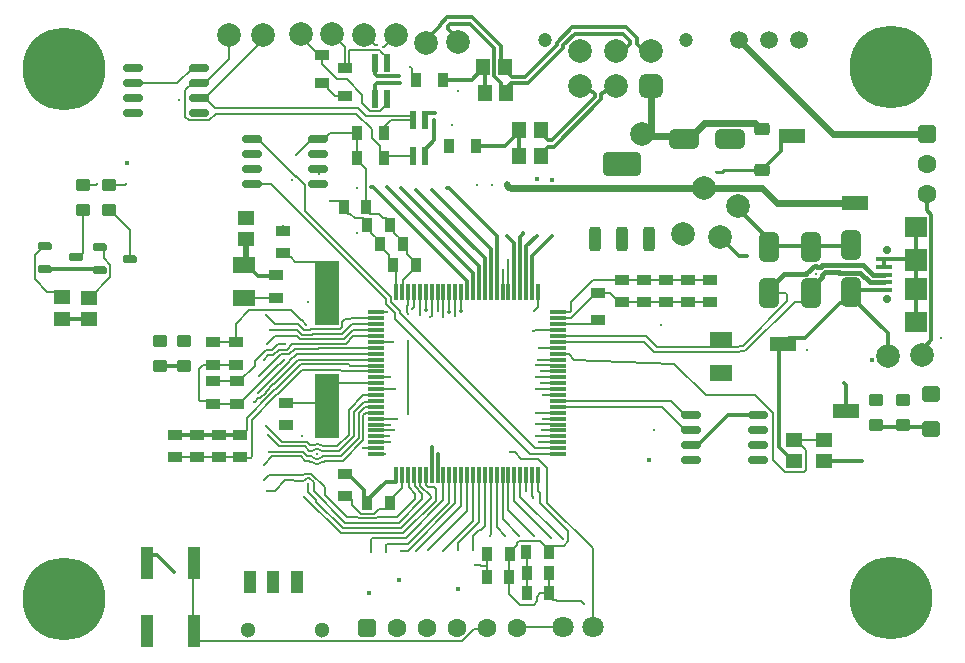
<source format=gtl>
G04*
G04 #@! TF.GenerationSoftware,Altium Limited,Altium Designer,23.11.1 (41)*
G04*
G04 Layer_Physical_Order=1*
G04 Layer_Color=255*
%FSLAX44Y44*%
%MOMM*%
G71*
G04*
G04 #@! TF.SameCoordinates,4CE7A35D-70A9-472E-BD1E-F3F5204FB4D5*
G04*
G04*
G04 #@! TF.FilePolarity,Positive*
G04*
G01*
G75*
%ADD13C,0.6000*%
%ADD15C,0.2000*%
%ADD17R,2.0000X5.5000*%
%ADD18R,1.3000X0.9000*%
%ADD19R,0.9000X1.3000*%
%ADD20R,1.0000X2.7500*%
G04:AMPARAMS|DCode=21|XSize=0.65mm|YSize=1.2mm|CornerRadius=0.1625mm|HoleSize=0mm|Usage=FLASHONLY|Rotation=90.000|XOffset=0mm|YOffset=0mm|HoleType=Round|Shape=RoundedRectangle|*
%AMROUNDEDRECTD21*
21,1,0.6500,0.8750,0,0,90.0*
21,1,0.3250,1.2000,0,0,90.0*
1,1,0.3250,0.4375,0.1625*
1,1,0.3250,0.4375,-0.1625*
1,1,0.3250,-0.4375,-0.1625*
1,1,0.3250,-0.4375,0.1625*
%
%ADD21ROUNDEDRECTD21*%
G04:AMPARAMS|DCode=22|XSize=1.2mm|YSize=1.1mm|CornerRadius=0.275mm|HoleSize=0mm|Usage=FLASHONLY|Rotation=180.000|XOffset=0mm|YOffset=0mm|HoleType=Round|Shape=RoundedRectangle|*
%AMROUNDEDRECTD22*
21,1,1.2000,0.5500,0,0,180.0*
21,1,0.6500,1.1000,0,0,180.0*
1,1,0.5500,-0.3250,0.2750*
1,1,0.5500,0.3250,0.2750*
1,1,0.5500,0.3250,-0.2750*
1,1,0.5500,-0.3250,-0.2750*
%
%ADD22ROUNDEDRECTD22*%
%ADD23R,1.3500X1.1500*%
%ADD24C,2.0000*%
%ADD25R,1.1500X1.3500*%
%ADD26R,0.3000X1.4750*%
%ADD27R,1.4750X0.3000*%
%ADD28R,1.9500X1.4000*%
%ADD29R,0.5500X1.5000*%
G04:AMPARAMS|DCode=30|XSize=0.65mm|YSize=1.7mm|CornerRadius=0.1625mm|HoleSize=0mm|Usage=FLASHONLY|Rotation=90.000|XOffset=0mm|YOffset=0mm|HoleType=Round|Shape=RoundedRectangle|*
%AMROUNDEDRECTD30*
21,1,0.6500,1.3750,0,0,90.0*
21,1,0.3250,1.7000,0,0,90.0*
1,1,0.3250,0.6875,0.1625*
1,1,0.3250,0.6875,-0.1625*
1,1,0.3250,-0.6875,-0.1625*
1,1,0.3250,-0.6875,0.1625*
%
%ADD30ROUNDEDRECTD30*%
G04:AMPARAMS|DCode=31|XSize=1.7mm|YSize=2.5mm|CornerRadius=0.425mm|HoleSize=0mm|Usage=FLASHONLY|Rotation=270.000|XOffset=0mm|YOffset=0mm|HoleType=Round|Shape=RoundedRectangle|*
%AMROUNDEDRECTD31*
21,1,1.7000,1.6500,0,0,270.0*
21,1,0.8500,2.5000,0,0,270.0*
1,1,0.8500,-0.8250,-0.4250*
1,1,0.8500,-0.8250,0.4250*
1,1,0.8500,0.8250,0.4250*
1,1,0.8500,0.8250,-0.4250*
%
%ADD31ROUNDEDRECTD31*%
%ADD32R,2.2000X1.3000*%
G04:AMPARAMS|DCode=33|XSize=1.3mm|YSize=1.1mm|CornerRadius=0.275mm|HoleSize=0mm|Usage=FLASHONLY|Rotation=180.000|XOffset=0mm|YOffset=0mm|HoleType=Round|Shape=RoundedRectangle|*
%AMROUNDEDRECTD33*
21,1,1.3000,0.5500,0,0,180.0*
21,1,0.7500,1.1000,0,0,180.0*
1,1,0.5500,-0.3750,0.2750*
1,1,0.5500,0.3750,0.2750*
1,1,0.5500,0.3750,-0.2750*
1,1,0.5500,-0.3750,-0.2750*
%
%ADD33ROUNDEDRECTD33*%
%ADD34R,1.0000X1.9000*%
%ADD35R,1.9000X1.9000*%
%ADD36R,1.9000X1.8000*%
%ADD37R,1.3500X0.4000*%
G04:AMPARAMS|DCode=38|XSize=1.7mm|YSize=2.5mm|CornerRadius=0.425mm|HoleSize=0mm|Usage=FLASHONLY|Rotation=180.000|XOffset=0mm|YOffset=0mm|HoleType=Round|Shape=RoundedRectangle|*
%AMROUNDEDRECTD38*
21,1,1.7000,1.6500,0,0,180.0*
21,1,0.8500,2.5000,0,0,180.0*
1,1,0.8500,-0.4250,0.8250*
1,1,0.8500,0.4250,0.8250*
1,1,0.8500,0.4250,-0.8250*
1,1,0.8500,-0.4250,-0.8250*
%
%ADD38ROUNDEDRECTD38*%
G04:AMPARAMS|DCode=39|XSize=1mm|YSize=2.1mm|CornerRadius=0.25mm|HoleSize=0mm|Usage=FLASHONLY|Rotation=180.000|XOffset=0mm|YOffset=0mm|HoleType=Round|Shape=RoundedRectangle|*
%AMROUNDEDRECTD39*
21,1,1.0000,1.6000,0,0,180.0*
21,1,0.5000,2.1000,0,0,180.0*
1,1,0.5000,-0.2500,0.8000*
1,1,0.5000,0.2500,0.8000*
1,1,0.5000,0.2500,-0.8000*
1,1,0.5000,-0.2500,-0.8000*
%
%ADD39ROUNDEDRECTD39*%
G04:AMPARAMS|DCode=40|XSize=3.3mm|YSize=2.1mm|CornerRadius=0.525mm|HoleSize=0mm|Usage=FLASHONLY|Rotation=180.000|XOffset=0mm|YOffset=0mm|HoleType=Round|Shape=RoundedRectangle|*
%AMROUNDEDRECTD40*
21,1,3.3000,1.0500,0,0,180.0*
21,1,2.2500,2.1000,0,0,180.0*
1,1,1.0500,-1.1250,0.5250*
1,1,1.0500,1.1250,0.5250*
1,1,1.0500,1.1250,-0.5250*
1,1,1.0500,-1.1250,-0.5250*
%
%ADD40ROUNDEDRECTD40*%
G04:AMPARAMS|DCode=41|XSize=1.6mm|YSize=1.4mm|CornerRadius=0.35mm|HoleSize=0mm|Usage=FLASHONLY|Rotation=180.000|XOffset=0mm|YOffset=0mm|HoleType=Round|Shape=RoundedRectangle|*
%AMROUNDEDRECTD41*
21,1,1.6000,0.7000,0,0,180.0*
21,1,0.9000,1.4000,0,0,180.0*
1,1,0.7000,-0.4500,0.3500*
1,1,0.7000,0.4500,0.3500*
1,1,0.7000,0.4500,-0.3500*
1,1,0.7000,-0.4500,-0.3500*
%
%ADD41ROUNDEDRECTD41*%
%ADD67C,1.8000*%
%ADD72C,1.5000*%
%ADD79C,0.3810*%
%ADD80C,0.2300*%
%ADD81C,0.3000*%
%ADD82C,0.5000*%
%ADD83C,1.6000*%
G04:AMPARAMS|DCode=84|XSize=1.6mm|YSize=1.6mm|CornerRadius=0.4mm|HoleSize=0mm|Usage=FLASHONLY|Rotation=0.000|XOffset=0mm|YOffset=0mm|HoleType=Round|Shape=RoundedRectangle|*
%AMROUNDEDRECTD84*
21,1,1.6000,0.8000,0,0,0.0*
21,1,0.8000,1.6000,0,0,0.0*
1,1,0.8000,0.4000,-0.4000*
1,1,0.8000,-0.4000,-0.4000*
1,1,0.8000,-0.4000,0.4000*
1,1,0.8000,0.4000,0.4000*
%
%ADD84ROUNDEDRECTD84*%
%ADD85C,7.0000*%
%ADD86C,1.2000*%
G04:AMPARAMS|DCode=87|XSize=2mm|YSize=2mm|CornerRadius=0.5mm|HoleSize=0mm|Usage=FLASHONLY|Rotation=90.000|XOffset=0mm|YOffset=0mm|HoleType=Round|Shape=RoundedRectangle|*
%AMROUNDEDRECTD87*
21,1,2.0000,1.0000,0,0,90.0*
21,1,1.0000,2.0000,0,0,90.0*
1,1,1.0000,0.5000,0.5000*
1,1,1.0000,0.5000,-0.5000*
1,1,1.0000,-0.5000,-0.5000*
1,1,1.0000,-0.5000,0.5000*
%
%ADD87ROUNDEDRECTD87*%
%ADD88C,1.3000*%
G04:AMPARAMS|DCode=89|XSize=1.6mm|YSize=1.6mm|CornerRadius=0.4mm|HoleSize=0mm|Usage=FLASHONLY|Rotation=270.000|XOffset=0mm|YOffset=0mm|HoleType=Round|Shape=RoundedRectangle|*
%AMROUNDEDRECTD89*
21,1,1.6000,0.8000,0,0,270.0*
21,1,0.8000,1.6000,0,0,270.0*
1,1,0.8000,-0.4000,-0.4000*
1,1,0.8000,-0.4000,0.4000*
1,1,0.8000,0.4000,0.4000*
1,1,0.8000,0.4000,-0.4000*
%
%ADD89ROUNDEDRECTD89*%
%ADD90C,0.7000*%
%ADD91C,0.3000*%
%ADD92C,0.4000*%
D13*
X425000Y451000D02*
G03*
X428000Y448000I3000J0D01*
G01*
X592000D01*
X641000D01*
X645681Y443319D01*
X645681D01*
X653000Y436000D01*
X721000D01*
X539000Y494000D02*
X547000D01*
X539000Y494000D02*
X539000Y494000D01*
X547000D02*
Y534555D01*
Y492000D02*
X572250D01*
X574250Y490000D01*
X621200Y574000D02*
X701200Y494000D01*
X780000D01*
X578488Y490000D02*
X591988Y503500D01*
X635000D01*
X640000Y498500D01*
X641000D01*
D15*
X246498Y457831D02*
G03*
X245831Y458498I-3498J-2831D01*
G01*
X246555Y457761D02*
G03*
X246688Y457612I1555J1258D01*
G01*
X245612Y458688D02*
G03*
X245761Y458555I1407J1421D01*
G01*
X252320Y200544D02*
G03*
X253766Y201130I32J2000D01*
G01*
X269467Y221500D02*
G03*
X267858Y220660I20J-2000D01*
G01*
X258273Y216719D02*
G03*
X269727Y216719I5727J6281D01*
G01*
X260335Y220390D02*
G03*
X267666Y220390I3665J2610D01*
G01*
X271338Y217500D02*
G03*
X270011Y216978I20J-2000D01*
G01*
X260142Y220660D02*
G03*
X258533Y221500I-1629J-1160D01*
G01*
X257721Y230880D02*
G03*
X260056Y230529I1407J1421D01*
G01*
X267258Y226104D02*
G03*
X260754Y226116I-3258J-3104D01*
G01*
X268995Y229878D02*
G03*
X260056Y230529I-4994J-6878D01*
G01*
X268995Y229878D02*
G03*
X270164Y229500I1170J1622D01*
G01*
X259310Y225500D02*
G03*
X260754Y226116I-0J2000D01*
G01*
X267271Y226091D02*
G03*
X268690Y225500I1419J1409D01*
G01*
X625912Y310457D02*
G03*
X627485Y311065I-6099J18146D01*
G01*
X619808Y309460D02*
G03*
X625912Y310457I5J19144D01*
G01*
X620516Y314017D02*
G03*
X624923Y314923I-703J14587D01*
G01*
X619871Y314000D02*
G03*
X620516Y314017I-68J14964D01*
G01*
X257989Y216978D02*
G03*
X256662Y217500I-1347J-1478D01*
G01*
X449226Y238000D02*
X470544D01*
X454226Y243063D02*
X470606D01*
X199500Y220000D02*
X207667D01*
X208839Y221172D02*
Y252161D01*
X199000Y220500D02*
X199500Y220000D01*
X207667D02*
X208839Y221172D01*
X230257Y274000D02*
X230678D01*
X228500Y272243D02*
X230257Y274000D01*
X228500Y271822D02*
Y272243D01*
X230678Y274000D02*
X251178Y294500D01*
X283251D02*
X284751Y293000D01*
X251178Y294500D02*
X283251D01*
X208839Y252161D02*
X228500Y271822D01*
X215528Y270164D02*
X220500Y275136D01*
X224500Y273479D02*
Y273899D01*
X228601Y278000D01*
X284751Y293000D02*
X313620D01*
X229021Y278000D02*
X250021Y299000D01*
X228601Y278000D02*
X229021D01*
X204500Y253479D02*
X224500Y273479D01*
X220500Y275556D02*
X226944Y282000D01*
X227364D01*
X220500Y275136D02*
Y275556D01*
X227364Y282000D02*
X244500Y299136D01*
X204500Y243000D02*
Y253479D01*
X201000Y239500D02*
X204500Y243000D01*
X199000Y239500D02*
X201000D01*
X198000Y265500D02*
X231861Y299361D01*
X214200Y270164D02*
X215528D01*
X211036Y267000D02*
X214200Y270164D01*
X215000Y289000D02*
X233500Y307500D01*
X211000Y267000D02*
X211036D01*
X214000Y275000D02*
X237500Y298500D01*
X292000Y298000D02*
X313620D01*
X291000Y299000D02*
X292000Y298000D01*
X250021Y299000D02*
X291000D01*
X244500Y299500D02*
X248000Y303000D01*
X244500Y299136D02*
Y299500D01*
X269000Y362000D02*
X272000Y359000D01*
X240500Y301136D02*
Y301500D01*
X237864Y298500D02*
X240500Y301136D01*
X231861Y299361D02*
X232361D01*
X237500Y298500D02*
X237864D01*
X240500Y301500D02*
X247000Y308000D01*
X232361Y299361D02*
X236000Y303000D01*
X247000Y308000D02*
X313620D01*
X245000Y312000D02*
X264421D01*
X233500Y307500D02*
X240500D01*
X245000Y312000D01*
X231000Y316314D02*
X233000D01*
X233122Y316191D01*
X236309D02*
X236500Y316000D01*
X226211Y311525D02*
X231000Y316314D01*
X238500Y311500D02*
X243000Y316000D01*
X231843Y311500D02*
X238500D01*
X243000Y316000D02*
X262764D01*
X233122Y316191D02*
X236309D01*
X226843Y306500D02*
X231843Y311500D01*
X262764Y316000D02*
X263264Y316500D01*
X264421Y312000D02*
X264921Y312500D01*
X196000Y265500D02*
X198000D01*
X176000D02*
X196000D01*
X234500Y233500D02*
X255100D01*
X221000Y247000D02*
X234500Y233500D01*
X222818Y238818D02*
X232136Y229500D01*
X253444D01*
X297500Y472000D02*
Y474000D01*
X305500Y432000D02*
Y464000D01*
X297500Y472000D02*
X305500Y464000D01*
X322000Y422500D02*
X325500Y419000D01*
X320000Y422500D02*
X322000D01*
X305500Y430000D02*
Y432000D01*
X325500Y417000D02*
Y419000D01*
X316000Y426500D02*
X320000Y422500D01*
X309000Y426500D02*
X316000D01*
X305500Y430000D02*
X309000Y426500D01*
X325500Y417000D02*
X329000Y413500D01*
X336500Y401000D02*
Y403000D01*
X329000Y410500D02*
X336500Y403000D01*
X329000Y410500D02*
Y413500D01*
X310000Y410500D02*
Y413500D01*
X317500Y401000D02*
Y403000D01*
X310000Y410500D02*
X317500Y403000D01*
X306500Y417000D02*
X310000Y413500D01*
X286500Y430000D02*
X290000Y426500D01*
X303000Y422500D02*
X306500Y419000D01*
Y417000D02*
Y419000D01*
X286500Y430000D02*
Y432000D01*
X290000Y426500D02*
X292000D01*
X296000Y422500D01*
X303000D01*
X275000Y437000D02*
X283000D01*
X286500Y432000D02*
Y433500D01*
X283000Y437000D02*
X286500Y433500D01*
X224000Y328000D02*
X247314D01*
X228398Y333000D02*
X247971D01*
X251013Y336322D02*
X254734Y332600D01*
X247314Y328000D02*
X251214Y324100D01*
X247971Y333000D02*
X252871Y328100D01*
X251214Y324100D02*
X259550D01*
X249557Y320100D02*
X261207D01*
X228463Y323000D02*
X246657D01*
X249557Y320100D01*
X252871Y328100D02*
X257893D01*
X250678Y336322D02*
X251013D01*
X242000Y345000D02*
X250678Y336322D01*
X221488Y316025D02*
X228463Y323000D01*
X220898Y340500D02*
X228398Y333000D01*
X248000Y303000D02*
X313620D01*
X257893Y328100D02*
X258293Y328500D01*
X259950Y324500D02*
X284900D01*
X286556Y320500D02*
X294056Y328000D01*
X261607Y320500D02*
X286556D01*
X263264Y316500D02*
X288213D01*
X294713Y323000D01*
X283243Y328500D02*
X285000Y330257D01*
X261207Y320100D02*
X261607Y320500D01*
X284900Y324500D02*
X293399Y333000D01*
X264921Y312500D02*
X289870D01*
X258293Y328500D02*
X283243D01*
X259550Y324100D02*
X259950Y324500D01*
X289870Y312500D02*
X290370Y313000D01*
X181000Y220500D02*
X199000D01*
X162000D02*
X181000D01*
X144000D02*
X162000D01*
X325500Y184000D02*
X336000Y194500D01*
Y205620D01*
X325500Y182000D02*
Y184000D01*
X322000Y176500D02*
X325500Y180000D01*
X312243Y172500D02*
X316243Y176500D01*
X322000D01*
X300757Y172500D02*
X312243D01*
X290000Y187500D02*
X293500Y184000D01*
X296944Y165000D02*
X297444Y164500D01*
X315556D02*
X316056Y165000D01*
X325500Y180000D02*
Y182000D01*
X316056Y165000D02*
X333000D01*
X293500Y179757D02*
Y184000D01*
X288000Y165000D02*
X296944D01*
X297600Y170000D02*
X299100Y168500D01*
X313899D02*
X315399Y170000D01*
X332000D01*
X299100Y168500D02*
X313899D01*
X293500Y179757D02*
X300757Y172500D01*
X297444Y164500D02*
X315556D01*
X288000Y187500D02*
X290000D01*
X289000Y170000D02*
X297600D01*
X286000Y160000D02*
X335000D01*
X311172Y152000D02*
X339000D01*
X310000Y150828D02*
X311172Y152000D01*
X284000Y156000D02*
X337000D01*
X310000Y140000D02*
Y150828D01*
X441500Y125500D02*
Y139500D01*
Y122000D02*
Y125500D01*
X441000D02*
X441500D01*
X246691Y457609D02*
X253500Y450800D01*
X246688Y457612D02*
X246691Y457609D01*
X245609Y458691D02*
X245612Y458688D01*
X214250Y490050D02*
X245609Y458691D01*
X246498Y457831D02*
X246555Y457761D01*
X245761Y458555D02*
X245831Y458498D01*
X253500Y428793D02*
Y450800D01*
X259900Y490050D02*
X265000D01*
X246000Y476150D02*
X259900Y490050D01*
X246000Y476000D02*
Y476150D01*
X270578Y188422D02*
X289000Y170000D01*
X332000D02*
X347000Y185000D01*
X341500Y195032D02*
X347000Y189532D01*
X341500Y195032D02*
Y205120D01*
X347000Y185000D02*
Y189532D01*
X341000Y205620D02*
X341500Y205120D01*
X346500Y195689D02*
Y198073D01*
X346500Y198073D02*
X346500Y198073D01*
X346500Y198073D02*
Y205120D01*
X346000Y205620D02*
X346500Y205120D01*
X353000Y185000D02*
Y189189D01*
X346500Y195689D02*
X353000Y189189D01*
X333000Y165000D02*
X353000Y185000D01*
X261000Y192000D02*
X288000Y165000D01*
X335000Y160000D02*
X360594Y185594D01*
X263500Y182500D02*
X286000Y160000D01*
X351500Y196346D02*
X360594Y187251D01*
X362828Y195245D02*
X364594Y193479D01*
X360594Y185594D02*
Y187251D01*
X364594Y183594D02*
Y193479D01*
X337000Y156000D02*
X364594Y183594D01*
X351500Y196346D02*
Y205120D01*
X351000Y205620D02*
X351500Y205120D01*
X253000Y187000D02*
X284000Y156000D01*
X356500Y198074D02*
X356500Y198073D01*
X356500Y198074D02*
Y205120D01*
X356500Y197002D02*
Y198073D01*
X356000Y205620D02*
X356500Y205120D01*
X356500Y197002D02*
X358257Y195245D01*
X362828D01*
X371000Y184000D02*
Y205620D01*
X339000Y152000D02*
X371000Y184000D01*
X340864Y146864D02*
X376000Y182000D01*
X322000Y140000D02*
Y145692D01*
X323172Y146864D01*
X340864D01*
X376000Y182000D02*
Y205620D01*
X335000Y141000D02*
X340657D01*
X381000Y181343D02*
Y205620D01*
X340657Y141000D02*
X381000Y181343D01*
X348000Y141000D02*
X386000Y179000D01*
Y205620D01*
X358000Y142000D02*
X391000Y175000D01*
X396000Y142000D02*
Y153709D01*
X383000Y142000D02*
Y147343D01*
X396000Y153709D02*
X401191Y158899D01*
X383000Y147343D02*
X401000Y165343D01*
Y205620D01*
X401191Y158899D02*
X402900D01*
X406000Y162000D01*
X396000Y166000D02*
Y205620D01*
X371000Y141000D02*
X396000Y166000D01*
X391000Y175000D02*
Y205620D01*
X223130Y205130D02*
X252109D01*
X219000Y201000D02*
X223130Y205130D01*
X228000Y192000D02*
X236780Y200780D01*
X237625D01*
X252320Y200544D01*
X222000Y192000D02*
X228000D01*
X252109Y205130D02*
X253479Y206500D01*
X270578Y188422D02*
Y195078D01*
X259157Y206500D02*
X270578Y195078D01*
X253479Y206500D02*
X259157D01*
X256318Y191025D02*
Y197318D01*
X255136Y202500D02*
X257500D01*
X256318Y191025D02*
X263500Y183843D01*
X253766Y201130D02*
X255136Y202500D01*
X263500Y182500D02*
Y183843D01*
X257500Y202500D02*
X261000Y199000D01*
Y192000D02*
Y199000D01*
X267666Y220390D02*
X267858Y220660D01*
X269467Y221500D02*
X269477Y221500D01*
X257989Y216978D02*
X258273Y216719D01*
X269727Y216719D02*
X270011Y216978D01*
X260142Y220660D02*
X260334Y220390D01*
X268690Y225500D02*
X282822D01*
X253444Y229500D02*
X257444Y225500D01*
X257714Y230887D02*
X257721Y230880D01*
X267258Y226104D02*
X267271Y226091D01*
X270164Y229500D02*
X281166D01*
X255100Y233500D02*
X257714Y230887D01*
X257444Y225500D02*
X259310D01*
X281166Y229500D02*
X291245Y239580D01*
X499000Y405000D02*
Y405500D01*
X35468Y360532D02*
X43250D01*
X25000Y371000D02*
Y391205D01*
Y371000D02*
X35468Y360532D01*
X176000Y284500D02*
X196000D01*
X173500Y268000D02*
X176000Y265500D01*
X165172Y268000D02*
X173500D01*
X164000Y269172D02*
X165172Y268000D01*
X164000Y269172D02*
Y295000D01*
X167500Y298500D02*
X176000D01*
X164000Y295000D02*
X167500Y298500D01*
X176000D02*
X195000D01*
Y317500D02*
Y333316D01*
X206684Y345000D01*
X176000Y317500D02*
X195000D01*
X206684Y345000D02*
X242000D01*
X468610Y322770D02*
X542651D01*
X468610Y318230D02*
X540770D01*
X619808Y309460D02*
X619808Y309460D01*
X551421Y314000D02*
X606000D01*
X549540Y309460D02*
X607881D01*
X542651Y322770D02*
X551421Y314000D01*
X607881Y309460D02*
X619808D01*
X540770Y318230D02*
X549540Y309460D01*
X662230Y352230D02*
Y358078D01*
X624923Y314923D02*
X662230Y352230D01*
X627485Y311065D02*
X668420Y352000D01*
X674750D01*
X619809Y314000D02*
X619871Y314000D01*
X606000Y314000D02*
X619809D01*
X468380Y318000D02*
X468610Y318230D01*
X674750Y352000D02*
X682000Y359250D01*
X661058D02*
X662230Y358078D01*
X647000Y359250D02*
X661058D01*
X474755Y307500D02*
X476998D01*
X481624Y302873D01*
X566456Y299551D02*
X593007Y273000D01*
X468380Y308000D02*
X474755Y307500D01*
X481624Y302873D02*
X566456Y299551D01*
X468380Y323000D02*
X468610Y322770D01*
X450121Y102121D02*
X453000Y105000D01*
X450121Y98379D02*
Y102121D01*
X435757Y95500D02*
X447243D01*
X453000Y105000D02*
X460500D01*
X447243Y95500D02*
X450121Y98379D01*
X460500Y105000D02*
Y122000D01*
X464000Y99500D02*
X466000D01*
X467000Y98500D02*
X487500D01*
X460500Y103000D02*
Y105000D01*
Y103000D02*
X464000Y99500D01*
X466000D02*
X467000Y98500D01*
X426500Y104757D02*
X435757Y95500D01*
X487500Y98500D02*
X490000Y96000D01*
X460000Y140000D02*
Y142000D01*
X452500Y149500D02*
X460000Y142000D01*
X433329Y147571D02*
X435257Y149500D01*
X452500D01*
X427000Y140000D02*
X433329Y146328D01*
Y147571D01*
X427000Y138000D02*
Y140000D01*
X426000Y176000D02*
X448000Y154000D01*
X426500Y104757D02*
Y119000D01*
X224686Y451950D02*
X322500Y354136D01*
X253500Y428793D02*
X326500Y355793D01*
X107000Y511000D02*
X107950Y511950D01*
X108000D01*
X77729Y451532D02*
X78000D01*
X77229Y451032D02*
X77729Y451532D01*
X66000Y451032D02*
X77229D01*
X88000D02*
X101229D01*
X101729Y451532D02*
X102000D01*
X101229Y451032D02*
X101729Y451532D01*
X410000Y154000D02*
X411000Y155000D01*
X650000Y218007D02*
X660007Y208000D01*
X635141Y273000D02*
X650000Y258141D01*
Y218007D02*
Y258141D01*
X593007Y273000D02*
X635141D01*
X669000Y235250D02*
X693000D01*
X669000D02*
X677750Y226500D01*
X675993Y208000D02*
X677750Y209757D01*
Y226500D01*
X660007Y208000D02*
X675993D01*
X668000Y235250D02*
X669000D01*
X468380Y268000D02*
X563850D01*
X575750Y256100D01*
X581000D01*
X436000Y187000D02*
X472000Y151000D01*
X416000Y161000D02*
X423000Y154000D01*
X427191Y224809D02*
X431191D01*
X427000Y225000D02*
X427191Y224809D01*
X448000Y344000D02*
Y344271D01*
X451000Y347271D01*
Y360380D01*
X366000Y344000D02*
Y360380D01*
X360000Y339000D02*
Y339271D01*
X371000Y339000D02*
Y359380D01*
X360000Y339271D02*
X361000Y340271D01*
Y360380D01*
X386000Y344000D02*
Y360380D01*
X452000Y313000D02*
X468380D01*
X453226Y293063D02*
X469606D01*
X453226Y283063D02*
X469606D01*
X449226Y288063D02*
X469606D01*
X449226Y298063D02*
X467606D01*
X449226Y278063D02*
X469606D01*
X451226Y303063D02*
X467606D01*
X447271Y327000D02*
X448271Y328000D01*
X447000Y327000D02*
X447271D01*
X269477Y221500D02*
X284479D01*
X254130Y217500D02*
X256651D01*
X258523Y221500D02*
X258533Y221500D01*
X271348Y217500D02*
X286136D01*
X256651D02*
X256662Y217500D01*
X255787Y221500D02*
X258523D01*
X271338Y217500D02*
X271348Y217500D01*
X236500Y247000D02*
X238000Y247500D01*
X250630Y221000D02*
X254130Y217500D01*
X252287Y225000D02*
X255787Y221500D01*
X266000Y460500D02*
Y463025D01*
X265000Y464650D02*
X266000Y463025D01*
X198000Y351000D02*
X202000Y355000D01*
X198000Y350000D02*
Y351000D01*
X202000Y355000D02*
X202500Y355500D01*
X229000D01*
X241500Y389500D02*
X245500Y385500D01*
X263000D02*
X272000Y376500D01*
Y359000D02*
Y376500D01*
X235000Y393000D02*
X238500Y389500D01*
X241500D01*
X245500Y385500D02*
X263000D01*
X269500Y266500D02*
X272000Y264000D01*
X238000Y266500D02*
X269500D01*
X108000Y537000D02*
X145700D01*
X341000Y257000D02*
Y319000D01*
X313620Y233000D02*
X313620Y233000D01*
Y243000D02*
X329136D01*
X313620Y233000D02*
X325500D01*
X347500Y383000D02*
Y385000D01*
X340000Y392500D02*
Y397500D01*
Y392500D02*
X347500Y385000D01*
X336500Y401000D02*
X340000Y397500D01*
X317500Y399000D02*
Y401000D01*
X336500Y370000D02*
X347500Y381000D01*
X336500Y360880D02*
Y370000D01*
X336000Y360380D02*
X336500Y360880D01*
X347500Y381000D02*
Y383000D01*
X331000Y360380D02*
Y380500D01*
X328500Y383000D02*
X331000Y380500D01*
X317500Y399000D02*
X325000Y391500D01*
Y386500D02*
Y391500D01*
Y386500D02*
X328500Y383000D01*
X329990Y337010D02*
Y342616D01*
Y337010D02*
X444000Y223000D01*
X468380D01*
X431191Y224809D02*
X437000Y219000D01*
X332000Y253000D02*
X332000Y253000D01*
X313620Y253000D02*
X332000D01*
X426500Y119000D02*
Y137500D01*
X407500Y128177D02*
Y137500D01*
Y119000D02*
Y128177D01*
X401949Y128809D02*
X402580Y128177D01*
X398000Y129000D02*
X398191Y128809D01*
X401949D01*
X402580Y128177D02*
X407500D01*
Y137500D02*
X408000Y138000D01*
X441500Y105000D02*
Y122000D01*
X441000Y140000D02*
X441500Y139500D01*
X426500Y137500D02*
X427000Y138000D01*
X453000Y181183D02*
Y190000D01*
Y181183D02*
X476500Y157683D01*
Y149136D02*
Y157683D01*
X472864Y145500D02*
X476500Y149136D01*
X463500Y145500D02*
X472864D01*
X460000Y142000D02*
X463500Y145500D01*
X459000Y182000D02*
X497700Y143300D01*
X459000Y182000D02*
Y211000D01*
X451000Y219000D02*
X459000Y211000D01*
X497700Y77000D02*
Y143300D01*
X451000Y192000D02*
Y205620D01*
Y192000D02*
X453000Y190000D01*
X520000Y351500D02*
X522000D01*
X502000Y359500D02*
X512000D01*
X520000Y351500D01*
X578000D02*
X597000D01*
X559000D02*
X578000D01*
X541000D02*
X559000D01*
X522000D02*
X541000D01*
X468380Y343000D02*
X477828D01*
X479000Y344172D01*
Y351743D01*
X497757Y370500D01*
X522000D01*
X578000D02*
X597000D01*
X559000D02*
X578000D01*
X541000D02*
X559000D01*
X522000D02*
X541000D01*
X426000Y360380D02*
Y387000D01*
X421000Y360380D02*
Y379000D01*
X313677Y343057D02*
X323184D01*
X313620Y343000D02*
X313677Y343057D01*
X339743Y343257D02*
X341000Y342000D01*
X437000Y219000D02*
X451000D01*
X452000Y233000D02*
X469543D01*
X333990Y342646D02*
X448636Y228000D01*
X468380D01*
X209000Y490050D02*
X214250D01*
X326500Y351762D02*
X333990Y344273D01*
X322500Y350106D02*
X329990Y342616D01*
X322500Y350106D02*
Y354136D01*
X333990Y342646D02*
Y344273D01*
X326500Y351762D02*
Y355793D01*
X339743Y343257D02*
Y348071D01*
X209000Y451950D02*
X224686D01*
X31588Y399032D02*
X32827D01*
X29386Y395591D02*
Y396830D01*
X25000Y391205D02*
X29386Y395591D01*
Y396830D02*
X31588Y399032D01*
X270250Y490050D02*
X275200Y495000D01*
X298000D01*
X265000Y490050D02*
X270250D01*
X344000Y543500D02*
Y549729D01*
X343000Y550729D02*
X344000Y549729D01*
X343000Y550729D02*
Y551000D01*
X344000Y543500D02*
X347500Y540000D01*
X375500Y484500D02*
X376000Y485000D01*
X375500Y484000D02*
Y484500D01*
X478755Y338000D02*
X496500Y355745D01*
Y356000D01*
X468380Y338000D02*
X478755D01*
X496500Y356000D02*
X500000Y359500D01*
X502000D01*
X468380Y333000D02*
X498500D01*
X502000Y336500D01*
X159000Y80250D02*
Y127000D01*
X313620Y243000D02*
X313620Y243000D01*
X313620Y223000D02*
X313620Y223000D01*
X321636D01*
X313620Y278000D02*
X330000D01*
X282822Y225500D02*
X295245Y237923D01*
X284479Y221500D02*
X299245Y236266D01*
X295245Y237923D02*
Y259056D01*
X303245Y234609D02*
Y255743D01*
X286136Y217500D02*
X303245Y234609D01*
X291245Y239580D02*
Y260713D01*
X303000Y228000D02*
X313620D01*
X299245Y236266D02*
Y257400D01*
X441000Y192000D02*
Y205620D01*
X447000Y186000D02*
Y186271D01*
X446000Y187271D02*
Y205620D01*
Y187271D02*
X447000Y186271D01*
X448271Y328000D02*
X468380D01*
X431000Y183000D02*
X462000Y152000D01*
X160000Y68500D02*
Y73250D01*
Y68500D02*
X164000Y64500D01*
X386656D01*
X397000Y74844D01*
X406844D01*
X408000Y76000D01*
X264650Y477000D02*
X265000Y477350D01*
X263000Y477000D02*
X264650D01*
X268000Y537500D02*
X270000D01*
X273500Y534000D01*
Y532000D02*
Y534000D01*
X279000Y526500D02*
X288000D01*
X273500Y532000D02*
X279000Y526500D01*
X297500Y474000D02*
X298000Y474500D01*
Y495000D01*
X266000Y560500D02*
X268000D01*
X288000Y549500D02*
X291250Y552750D01*
X433400Y76000D02*
X433900Y76500D01*
X471800D02*
X472300Y77000D01*
X433900Y76500D02*
X471800D01*
X43250Y360532D02*
X48000Y355782D01*
X62412Y389532D02*
X66000Y393120D01*
X60000Y389532D02*
X62412D01*
X88500Y430032D02*
X106000Y412532D01*
Y388532D02*
Y412532D01*
X89000Y372532D02*
Y383468D01*
X83375Y389093D02*
X89000Y383468D01*
X83375Y389093D02*
Y395830D01*
X81173Y398032D02*
X83375Y395830D01*
X88000Y430032D02*
X88500D01*
X72000Y355532D02*
X89000Y372532D01*
X71000Y355532D02*
X72000D01*
X66000Y393120D02*
Y430032D01*
X145700Y537000D02*
X158750Y550050D01*
X164000D01*
X152500Y531100D02*
X158750Y537350D01*
X152500Y508409D02*
Y531100D01*
X178091Y511000D02*
X297243D01*
X172791Y505700D02*
X178091Y511000D01*
X152500Y508409D02*
X155209Y505700D01*
X172791D01*
X297243Y511000D02*
X310371Y497871D01*
X298466Y515933D02*
X305149Y509250D01*
X177967Y515933D02*
X298466D01*
X169250Y524650D02*
X177967Y515933D01*
X317000Y477500D02*
X320500Y474000D01*
X310371Y490386D02*
Y497871D01*
Y490386D02*
X317000Y483757D01*
Y477500D02*
Y483757D01*
X305149Y509250D02*
X343250D01*
X317250Y513250D02*
X323000Y519000D01*
X309007Y513250D02*
X317250D01*
X302375Y519882D02*
X309007Y513250D01*
X343250Y509250D02*
X345000Y507500D01*
Y506250D02*
Y507500D01*
X268000Y559000D02*
Y560500D01*
Y553000D02*
Y559000D01*
X288000Y551000D02*
Y568000D01*
Y549500D02*
Y551000D01*
X250000Y576500D02*
Y579000D01*
Y576500D02*
X266000Y560500D01*
X268000Y553000D02*
X280816Y540184D01*
X289559D01*
X302375Y519882D02*
Y527368D01*
X289559Y540184D02*
X302375Y527368D01*
X323000Y519000D02*
Y523750D01*
X277000Y579000D02*
X288000Y568000D01*
X291250Y552750D02*
Y564750D01*
X169250Y524650D02*
X218000Y573400D01*
Y578000D01*
X164000Y524650D02*
X169250D01*
X164000Y537350D02*
X169250D01*
X189000Y557100D01*
Y578000D01*
X158750Y537350D02*
X164000D01*
X321750Y475750D02*
X345000D01*
X320500Y500000D02*
X326750Y506250D01*
X345000D01*
X320500Y498000D02*
Y500000D01*
X291250Y564750D02*
X316993D01*
X318447Y563553D02*
X323000Y559000D01*
X320049Y568053D02*
X320320D01*
X314269Y569441D02*
X314460Y569250D01*
X316993Y564750D02*
X318190Y563553D01*
X304000Y578000D02*
X304230D01*
X323000Y554250D02*
Y559000D01*
X330267Y578000D02*
X331000D01*
X318190Y563553D02*
X318447D01*
X304230Y578000D02*
X312789Y569441D01*
X314269D01*
X320320Y568053D02*
X330267Y578000D01*
X222500Y306500D02*
X226843D01*
X221161Y311525D02*
X226211D01*
X198000Y284500D02*
X211331Y297830D01*
Y301694D02*
X221161Y311525D01*
X196000Y284500D02*
X198000D01*
X219000Y303000D02*
X222500Y306500D01*
X211331Y297830D02*
Y301694D01*
X285000Y330257D02*
Y334657D01*
X226000Y221000D02*
X250630D01*
X291245Y260713D02*
X303245Y272713D01*
X299245Y257400D02*
X304345Y262500D01*
X303245Y255743D02*
X305002Y257500D01*
X295245Y259056D02*
X303689Y267500D01*
X223000Y225000D02*
X252287D01*
X303245Y272713D02*
X313333D01*
X303689Y267500D02*
X313120D01*
X313333Y272713D02*
X313620Y273000D01*
X381000Y340000D02*
Y360380D01*
X436000Y187000D02*
Y205620D01*
X431000Y183000D02*
Y205620D01*
X426000Y176000D02*
Y205620D01*
X421000Y168000D02*
Y205620D01*
Y168000D02*
X435000Y154000D01*
X416000Y161000D02*
Y205620D01*
X411000Y155000D02*
Y205620D01*
X305002Y257500D02*
X313120D01*
X313620Y258000D01*
X304345Y262500D02*
X313120D01*
X219000Y214000D02*
X226000Y221000D01*
X202000Y383000D02*
X204000Y385000D01*
X202000Y383000D02*
X204750D01*
X313620Y318000D02*
X328000D01*
X313120Y262500D02*
X313620Y263000D01*
X313120Y267500D02*
X313620Y268000D01*
X272000Y274000D02*
X281000Y283000D01*
X313620D01*
X272000Y264000D02*
Y274000D01*
X313620Y288000D02*
X313620Y288000D01*
X326000D01*
X290370Y313000D02*
X313620D01*
X294713Y323000D02*
X313620D01*
X294056Y328000D02*
X313620D01*
X293399Y333000D02*
X313620D01*
X285000Y334657D02*
X287343Y337000D01*
X291743D02*
X292743Y338000D01*
X287343Y337000D02*
X291743D01*
X292743Y338000D02*
X313620D01*
X312620Y248000D02*
X326000D01*
X311620Y238000D02*
X325000D01*
X556150Y263000D02*
X575750Y243400D01*
X581000D01*
X468380Y263000D02*
X556150D01*
X449226Y248063D02*
X471606D01*
X455226Y253063D02*
X471606D01*
X449226Y258063D02*
X471606D01*
X455226Y273063D02*
X471606D01*
X468380Y313000D02*
X468380Y313000D01*
X341000Y349328D02*
Y360380D01*
X346000Y347257D02*
Y362380D01*
X351000Y341000D02*
Y360380D01*
X339743Y348071D02*
X341000Y349328D01*
X344743Y346000D02*
X346000Y347257D01*
X356000Y345000D02*
Y361380D01*
X376000Y343000D02*
Y359380D01*
X406000Y162000D02*
Y205620D01*
D17*
X272000Y359000D02*
D03*
Y264000D02*
D03*
D18*
X162000Y239500D02*
D03*
Y220500D02*
D03*
X144000Y239500D02*
D03*
Y220500D02*
D03*
X199000Y239500D02*
D03*
Y220500D02*
D03*
X181000Y239500D02*
D03*
Y220500D02*
D03*
X288000Y206500D02*
D03*
Y187500D02*
D03*
X235000Y412000D02*
D03*
Y393000D02*
D03*
X288000Y526500D02*
D03*
Y549500D02*
D03*
X196000Y284500D02*
D03*
Y265500D02*
D03*
X176000Y284500D02*
D03*
Y265500D02*
D03*
X176000Y317500D02*
D03*
Y298500D02*
D03*
X195000Y317500D02*
D03*
Y298500D02*
D03*
X268000Y537500D02*
D03*
Y560500D02*
D03*
X502000Y336500D02*
D03*
Y359500D02*
D03*
X229000Y374500D02*
D03*
Y355500D02*
D03*
X238000Y266500D02*
D03*
Y247500D02*
D03*
X559000Y351500D02*
D03*
Y370500D02*
D03*
X597000Y351500D02*
D03*
Y370500D02*
D03*
X578000Y351500D02*
D03*
Y370500D02*
D03*
X541000Y351500D02*
D03*
Y370500D02*
D03*
X522000Y351500D02*
D03*
Y370500D02*
D03*
D19*
X305500Y432000D02*
D03*
X286500D02*
D03*
X325500Y417000D02*
D03*
X306500D02*
D03*
X306500Y182000D02*
D03*
X325500D02*
D03*
X317500Y401000D02*
D03*
X336500D02*
D03*
X328500Y383000D02*
D03*
X347500D02*
D03*
X427000Y138000D02*
D03*
X408000D02*
D03*
X426500Y119000D02*
D03*
X407500D02*
D03*
X460500Y105000D02*
D03*
X441500D02*
D03*
X460500Y122000D02*
D03*
X441500D02*
D03*
X460000Y140000D02*
D03*
X441000D02*
D03*
X297500Y474000D02*
D03*
X320500D02*
D03*
X370500Y540000D02*
D03*
X347500D02*
D03*
X398500Y484000D02*
D03*
X375500D02*
D03*
X298000Y495000D02*
D03*
X321000D02*
D03*
D20*
X120000Y73250D02*
D03*
Y130750D02*
D03*
X160000Y73250D02*
D03*
Y130750D02*
D03*
D21*
X80000Y398032D02*
D03*
Y379032D02*
D03*
X106000Y388532D02*
D03*
X34000Y399032D02*
D03*
Y380032D02*
D03*
X60000Y389532D02*
D03*
D22*
X88000Y430032D02*
D03*
Y451032D02*
D03*
X66000Y430032D02*
D03*
Y451032D02*
D03*
X151000Y318500D02*
D03*
Y297500D02*
D03*
X131000Y318500D02*
D03*
Y297500D02*
D03*
X760000Y247500D02*
D03*
Y268500D02*
D03*
X737000Y247500D02*
D03*
Y268500D02*
D03*
D23*
X48000Y337282D02*
D03*
Y355782D02*
D03*
X71000Y337032D02*
D03*
Y355532D02*
D03*
X204000Y423250D02*
D03*
Y404750D02*
D03*
X668000Y235250D02*
D03*
Y216750D02*
D03*
X693000D02*
D03*
Y235250D02*
D03*
D24*
X189000Y578000D02*
D03*
X218000D02*
D03*
X250000Y579000D02*
D03*
X277000D02*
D03*
X383000Y572000D02*
D03*
X356000Y571000D02*
D03*
X331000Y578000D02*
D03*
X304000D02*
D03*
X605000Y407000D02*
D03*
X592000Y448000D02*
D03*
X747000Y306000D02*
D03*
X776000Y307000D02*
D03*
X620000Y433000D02*
D03*
X574000Y409000D02*
D03*
X539000Y494000D02*
D03*
X547000Y564555D02*
D03*
X517000D02*
D03*
X487000D02*
D03*
X517000Y534555D02*
D03*
X487000D02*
D03*
D25*
X423250Y551000D02*
D03*
X404750D02*
D03*
X424250Y529000D02*
D03*
X405750D02*
D03*
X453250Y497000D02*
D03*
X434750D02*
D03*
X453250Y475000D02*
D03*
X434750D02*
D03*
D26*
X331000Y360380D02*
D03*
X336000D02*
D03*
X341000D02*
D03*
X346000D02*
D03*
X351000D02*
D03*
X356000D02*
D03*
X361000D02*
D03*
X366000D02*
D03*
X371000D02*
D03*
X376000D02*
D03*
X381000D02*
D03*
X386000D02*
D03*
X391000D02*
D03*
X396000D02*
D03*
X401000D02*
D03*
X406000D02*
D03*
X411000D02*
D03*
X416000D02*
D03*
X421000D02*
D03*
X426000D02*
D03*
X431000D02*
D03*
X436000D02*
D03*
X441000D02*
D03*
X446000D02*
D03*
X451000D02*
D03*
Y205620D02*
D03*
X446000D02*
D03*
X441000D02*
D03*
X436000D02*
D03*
X431000D02*
D03*
X426000D02*
D03*
X421000D02*
D03*
X416000D02*
D03*
X411000D02*
D03*
X406000D02*
D03*
X401000D02*
D03*
X396000D02*
D03*
X391000D02*
D03*
X386000D02*
D03*
X381000D02*
D03*
X376000D02*
D03*
X371000D02*
D03*
X366000D02*
D03*
X361000D02*
D03*
X356000D02*
D03*
X351000D02*
D03*
X346000D02*
D03*
X341000D02*
D03*
X336000D02*
D03*
X331000D02*
D03*
D27*
X468380Y343000D02*
D03*
Y338000D02*
D03*
Y333000D02*
D03*
Y328000D02*
D03*
Y323000D02*
D03*
Y318000D02*
D03*
Y313000D02*
D03*
Y308000D02*
D03*
Y303000D02*
D03*
Y298000D02*
D03*
Y293000D02*
D03*
Y288000D02*
D03*
Y283000D02*
D03*
Y278000D02*
D03*
Y273000D02*
D03*
Y268000D02*
D03*
Y263000D02*
D03*
Y258000D02*
D03*
Y253000D02*
D03*
Y248000D02*
D03*
Y243000D02*
D03*
Y238000D02*
D03*
Y233000D02*
D03*
Y228000D02*
D03*
Y223000D02*
D03*
X313620D02*
D03*
Y228000D02*
D03*
Y233000D02*
D03*
Y238000D02*
D03*
Y243000D02*
D03*
Y248000D02*
D03*
Y253000D02*
D03*
Y258000D02*
D03*
Y263000D02*
D03*
Y268000D02*
D03*
Y273000D02*
D03*
Y278000D02*
D03*
Y283000D02*
D03*
Y288000D02*
D03*
Y293000D02*
D03*
Y298000D02*
D03*
Y303000D02*
D03*
Y308000D02*
D03*
Y313000D02*
D03*
Y318000D02*
D03*
Y323000D02*
D03*
Y328000D02*
D03*
Y333000D02*
D03*
Y338000D02*
D03*
Y343000D02*
D03*
D28*
X606000Y320000D02*
D03*
Y292000D02*
D03*
X202000Y383000D02*
D03*
Y355000D02*
D03*
D29*
X323000Y523750D02*
D03*
X313000Y554250D02*
D03*
X323000D02*
D03*
X313000Y523750D02*
D03*
X345000Y506250D02*
D03*
X355000Y475750D02*
D03*
X345000D02*
D03*
X355000Y506250D02*
D03*
D30*
X108000Y550050D02*
D03*
Y537350D02*
D03*
Y524650D02*
D03*
Y511950D02*
D03*
X164000Y550050D02*
D03*
Y537350D02*
D03*
Y524650D02*
D03*
Y511950D02*
D03*
X209000Y490050D02*
D03*
Y477350D02*
D03*
Y464650D02*
D03*
Y451950D02*
D03*
X265000Y490050D02*
D03*
Y477350D02*
D03*
Y464650D02*
D03*
Y451950D02*
D03*
X581000Y256100D02*
D03*
Y243400D02*
D03*
Y230700D02*
D03*
Y218000D02*
D03*
X637000Y256100D02*
D03*
Y243400D02*
D03*
Y230700D02*
D03*
Y218000D02*
D03*
D31*
X613750Y490000D02*
D03*
X574250D02*
D03*
D32*
X666500Y492250D02*
D03*
X719433Y435683D02*
D03*
X711433Y259683D02*
D03*
X658500Y316250D02*
D03*
D33*
X641000Y498500D02*
D03*
Y463500D02*
D03*
D34*
X247000Y114500D02*
D03*
X227000D02*
D03*
X207000D02*
D03*
D35*
X771000Y363000D02*
D03*
Y387000D02*
D03*
D36*
Y335000D02*
D03*
Y415000D02*
D03*
D37*
X744250Y362000D02*
D03*
Y388000D02*
D03*
Y368500D02*
D03*
Y375000D02*
D03*
Y381500D02*
D03*
D38*
X682000Y398750D02*
D03*
Y359250D02*
D03*
X647000Y398750D02*
D03*
Y359250D02*
D03*
X716000Y399750D02*
D03*
Y360250D02*
D03*
D39*
X499000Y405500D02*
D03*
X522000D02*
D03*
X545000D02*
D03*
D40*
X522000Y468500D02*
D03*
D41*
X784000Y274000D02*
D03*
Y244000D02*
D03*
D67*
X472300Y77000D02*
D03*
X497700D02*
D03*
D72*
X672000Y574000D02*
D03*
X621200D02*
D03*
X646600D02*
D03*
D79*
X686604Y382345D02*
G03*
X681194Y377724I2942J-8920D01*
G01*
X677805Y375655D02*
G03*
X681194Y377724I-0J3810D01*
G01*
X706082Y376655D02*
X723628D01*
X694435Y377000D02*
X705737D01*
X691879Y374444D02*
X694435Y377000D01*
X682000Y363250D02*
X691879Y373129D01*
Y374444D01*
X687124Y381825D02*
X690280D01*
X744175Y374925D02*
X744250Y375000D01*
X726258Y383005D02*
X734338Y374925D01*
X708367Y383350D02*
X708712Y383005D01*
X744175Y368575D02*
X744250Y368500D01*
X690280Y381825D02*
X691805Y383350D01*
X723628Y376655D02*
X731708Y368575D01*
X686604Y382345D02*
X687124Y381825D01*
X705737Y377000D02*
X706082Y376655D01*
X731708Y368575D02*
X744175D01*
X708712Y383005D02*
X726258D01*
X734338Y374925D02*
X744175D01*
X691805Y383350D02*
X708367D01*
X659405Y375655D02*
X677805D01*
X677805D01*
X647000Y363250D02*
X659405Y375655D01*
X647000Y359250D02*
Y363250D01*
D80*
X602134Y462234D02*
X606834D01*
X602000Y462100D02*
X602134Y462234D01*
X608100Y463500D02*
X641000D01*
X606834Y462234D02*
X608100Y463500D01*
D81*
X647500Y399250D02*
X715500D01*
X181000Y239500D02*
X199000D01*
X162000D02*
X181000D01*
X144000D02*
X162000D01*
X322245Y199745D02*
X331000D01*
X306500Y184000D02*
X322245Y199745D01*
X306500Y182000D02*
Y184000D01*
X331000Y199745D02*
Y205620D01*
X303500Y185000D02*
Y193000D01*
X290000Y206500D02*
X303500Y193000D01*
Y185000D02*
X306500Y182000D01*
X288000Y206500D02*
X290000D01*
X323000Y449000D02*
X396000Y376000D01*
X311205Y449000D02*
X391000Y369205D01*
X310000Y449000D02*
X311205D01*
X361000Y447000D02*
X411000Y397000D01*
X376000Y448000D02*
X416000Y408000D01*
X374000Y448000D02*
X376000D01*
X348000Y447000D02*
X359087Y435913D01*
X335000Y448000D02*
X401000Y382000D01*
X655000Y312750D02*
X663500Y321250D01*
X655000Y228750D02*
X667000Y216750D01*
X655000Y228750D02*
Y312750D01*
X436000Y407000D02*
X438252Y409252D01*
Y409897D01*
X446000Y391000D02*
X463000Y408000D01*
X425000D02*
X431000Y402000D01*
X441000Y399000D02*
X450000Y408000D01*
X436000Y360380D02*
Y407000D01*
X386000Y344000D02*
X386000Y344000D01*
X738750Y245750D02*
X782250D01*
X716875Y358613D02*
Y361125D01*
X34500Y379532D02*
X79500D01*
X48250Y337032D02*
X71000D01*
X48000Y337282D02*
X48250Y337032D01*
X34000Y380032D02*
X34500Y379532D01*
X79500D02*
X80000Y379032D01*
X304000Y582667D02*
X304000Y582667D01*
X512400Y534555D02*
X517000D01*
X507618Y529773D02*
X512400Y534555D01*
X506527Y529773D02*
X507618D01*
X504770Y528016D02*
X506527Y529773D01*
X464765Y483230D02*
X504770Y523236D01*
Y528016D01*
X459257Y483230D02*
X464765D01*
X457500Y481473D02*
X459257Y483230D01*
X457500Y479250D02*
Y481473D01*
X453250Y475000D02*
X457500Y479250D01*
X363234Y488735D02*
Y505695D01*
X355000Y480500D02*
X363234Y488735D01*
X355000Y475750D02*
Y480500D01*
X356250Y512000D02*
X364000D01*
X355000Y510750D02*
X356250Y512000D01*
X355000Y506250D02*
Y510750D01*
X314757Y537230D02*
X334071D01*
X313000Y553250D02*
X313013Y553237D01*
Y544527D02*
Y553237D01*
X314770Y542770D02*
X333305D01*
X313000Y522750D02*
Y535473D01*
X313013Y544527D02*
X314770Y542770D01*
X313000Y535473D02*
X314757Y537230D01*
X424250Y529750D02*
X425000Y529000D01*
X380561Y577000D02*
X383000D01*
X357000D02*
X359439D01*
X523006Y579055D02*
X529230Y572831D01*
Y570346D02*
Y572831D01*
X482408Y579055D02*
X523006D01*
X520253Y567808D02*
X526692D01*
X529230Y570346D01*
X517000Y564555D02*
X520253Y567808D01*
X472350Y568997D02*
X482408Y579055D01*
X472350Y567215D02*
Y568997D01*
X442158Y537023D02*
X472350Y567215D01*
X428257Y537023D02*
X442158D01*
X426500Y535266D02*
X428257Y537023D01*
X426500Y533250D02*
Y535266D01*
X423750Y530500D02*
X426500Y533250D01*
X420000Y534000D02*
Y536800D01*
X414000Y542800D02*
X420000Y536800D01*
X423750Y530500D02*
X424250Y530000D01*
Y529750D02*
Y530000D01*
X420000Y534000D02*
X424250Y529750D01*
X393230Y587276D02*
X414000Y566506D01*
X376285Y587276D02*
X393230D01*
X414000Y542800D02*
Y566506D01*
X374527Y583033D02*
Y585519D01*
Y583033D02*
X380561Y577000D01*
X374527Y585519D02*
X376285Y587276D01*
X534770Y570346D02*
Y575126D01*
X480113Y584595D02*
X525301D01*
X534770Y575126D01*
X537308Y567808D02*
X543747D01*
X547000Y564555D01*
X534770Y570346D02*
X537308Y567808D01*
X466810Y571292D02*
X480113Y584595D01*
X466810Y569510D02*
Y571292D01*
X419540Y554710D02*
Y568801D01*
X423250Y551000D02*
X427500Y546750D01*
X419540Y554710D02*
X423250Y551000D01*
X427500Y544320D02*
Y546750D01*
X439863Y542563D02*
X466810Y569510D01*
X427500Y544320D02*
X429257Y542563D01*
X439863D01*
X395525Y592816D02*
X419540Y568801D01*
X373990Y592816D02*
X395525D01*
X367881Y586707D02*
X373990Y592816D01*
X367881Y585442D02*
Y586707D01*
X359439Y577000D02*
X367881Y585442D01*
X404750Y551000D02*
X405750Y550000D01*
Y529000D02*
Y550000D01*
X370500Y540000D02*
X394750D01*
X404750Y550000D01*
X486000Y533555D02*
X487000Y534555D01*
X457500Y490527D02*
Y492750D01*
X462470Y488770D02*
X499230Y525530D01*
X497473Y529773D02*
X499230Y528016D01*
Y525530D02*
Y528016D01*
X491600Y534555D02*
X496382Y529773D01*
X497473D01*
X487000Y534555D02*
X491600D01*
X459257Y488770D02*
X462470D01*
X457500Y490527D02*
X459257Y488770D01*
X434750Y475000D02*
Y496000D01*
X422750Y484000D02*
X434750Y496000D01*
Y497000D01*
X398500Y484000D02*
X422750D01*
X50000Y100000D02*
X57500Y92500D01*
X119000Y137750D02*
X128250D01*
X143000Y123000D01*
X227000Y114500D02*
Y115000D01*
X207000Y114500D02*
X207500D01*
X208000Y114000D01*
X586250Y230700D02*
X611650Y256100D01*
X581000Y230700D02*
X586250D01*
X611650Y256100D02*
X637000D01*
X677000Y321250D02*
X706698Y350948D01*
X663500Y321250D02*
X677000D01*
X709209Y350948D02*
X716875Y358613D01*
X706698Y350948D02*
X709209D01*
X784000Y319506D02*
Y425450D01*
X776000Y307000D02*
Y311506D01*
X780000Y429450D02*
Y443200D01*
Y429450D02*
X784000Y425450D01*
X776000Y311506D02*
X784000Y319506D01*
X620000Y431238D02*
X647000Y404238D01*
Y398750D02*
Y404238D01*
X620000Y431238D02*
Y433000D01*
X647000Y398750D02*
X647500Y399250D01*
X715500D02*
X716000Y399750D01*
X641323Y463500D02*
X645228Y467405D01*
Y467728D01*
X657000Y479500D01*
Y487250D01*
X662000Y492250D01*
X666500D01*
X641000Y463500D02*
X641323D01*
X667000Y216750D02*
X668000D01*
X711433Y259683D02*
Y281567D01*
X710000Y283000D02*
X711433Y281567D01*
X716875Y355375D02*
Y358613D01*
X737000Y247500D02*
X738750Y245750D01*
X782250D02*
X784000Y244000D01*
X716875Y361125D02*
X717750Y362000D01*
X716875Y355375D02*
X747000Y325250D01*
Y306000D02*
Y325250D01*
X693000Y216750D02*
X724750D01*
X725000Y217000D01*
X605000Y407000D02*
X621000Y391000D01*
X628000D01*
X130000Y297500D02*
X151000D01*
X391000Y360380D02*
Y369205D01*
X401000Y360380D02*
Y382000D01*
X396000Y360380D02*
Y376000D01*
X406000Y360380D02*
Y389000D01*
X359087Y435913D02*
X359087D01*
X406000Y389000D01*
X411000Y360380D02*
Y397000D01*
X416000Y360380D02*
Y408000D01*
X213750Y374000D02*
X229000D01*
X204750Y383000D02*
X213750Y374000D01*
X717750Y362000D02*
X744250D01*
X341000Y360380D02*
Y362380D01*
X351000Y360380D02*
Y361380D01*
X356000Y345000D02*
X356000Y345000D01*
X376000Y343000D02*
X376000Y343000D01*
X431000Y360380D02*
Y402000D01*
X441000Y360380D02*
Y399000D01*
X446000Y360380D02*
Y391000D01*
X361000Y205620D02*
Y229000D01*
Y205620D02*
X361000Y205620D01*
X366000D02*
Y223000D01*
X613750Y490000D02*
X614000D01*
X771000Y388000D02*
Y415000D01*
X770000Y388000D02*
X770500Y387500D01*
X771000Y387000D01*
X744250Y388000D02*
X770000D01*
X744250Y381500D02*
Y388000D01*
X771000Y363000D02*
Y387000D01*
Y335000D02*
Y363000D01*
D82*
X204000Y385000D02*
Y404750D01*
D83*
X433400Y76000D02*
D03*
X408000D02*
D03*
X357200D02*
D03*
X331800D02*
D03*
X382600D02*
D03*
X780000Y443200D02*
D03*
Y468600D02*
D03*
D84*
X306400Y76000D02*
D03*
D85*
X50000Y549000D02*
D03*
X750000Y101000D02*
D03*
Y551000D02*
D03*
X50000Y100000D02*
D03*
D86*
X457310Y573445D02*
D03*
X576690D02*
D03*
D87*
X547000Y534555D02*
D03*
D88*
X268250Y74000D02*
D03*
X205750D02*
D03*
D89*
X780000Y494000D02*
D03*
D90*
X746500Y354250D02*
D03*
Y395750D02*
D03*
X30000Y569000D02*
D03*
X22500Y549000D02*
D03*
X30000Y529000D02*
D03*
X50000Y521500D02*
D03*
X70000Y529000D02*
D03*
X77500Y549000D02*
D03*
X70000Y569000D02*
D03*
X50000Y576500D02*
D03*
X730000Y121000D02*
D03*
X722500Y101000D02*
D03*
X730000Y81000D02*
D03*
X750000Y73500D02*
D03*
X770000Y81000D02*
D03*
X777500Y101000D02*
D03*
X770000Y121000D02*
D03*
X750000Y128500D02*
D03*
Y578500D02*
D03*
X770000Y571000D02*
D03*
X777500Y551000D02*
D03*
X770000Y531000D02*
D03*
X750000Y523500D02*
D03*
X730000Y531000D02*
D03*
X722500Y551000D02*
D03*
X730000Y571000D02*
D03*
X50000Y127500D02*
D03*
X70000Y120000D02*
D03*
X77500Y100000D02*
D03*
X70000Y80000D02*
D03*
X50000Y72500D02*
D03*
X30000Y80000D02*
D03*
X22500Y100000D02*
D03*
X30000Y120000D02*
D03*
D91*
X602000Y462100D02*
D03*
X694000Y235000D02*
D03*
X449226Y238000D02*
D03*
X454226Y243063D02*
D03*
X449226Y248063D02*
D03*
X251000Y238000D02*
D03*
X214000Y275000D02*
D03*
X215000Y289000D02*
D03*
X277000Y339000D02*
D03*
X236000Y303000D02*
D03*
X236500Y316000D02*
D03*
X211000Y267000D02*
D03*
X221000Y247000D02*
D03*
X222818Y238818D02*
D03*
X144000Y220500D02*
D03*
Y239500D02*
D03*
X275000Y437000D02*
D03*
X254734Y332600D02*
D03*
X288000Y187500D02*
D03*
Y206500D02*
D03*
X549000Y243000D02*
D03*
X792000Y321000D02*
D03*
X243000Y455000D02*
D03*
X246000Y476000D02*
D03*
X209000Y477000D02*
D03*
X348000Y141000D02*
D03*
X358000Y142000D02*
D03*
X396000D02*
D03*
X383000D02*
D03*
X371000Y141000D02*
D03*
X310000Y140000D02*
D03*
X322000D02*
D03*
X335000Y141000D02*
D03*
X219000Y201000D02*
D03*
X256318Y197318D02*
D03*
X253000Y187000D02*
D03*
X264000Y223000D02*
D03*
X499000Y405000D02*
D03*
X220898Y340500D02*
D03*
X247000Y115000D02*
D03*
X597000Y351500D02*
D03*
X441000Y125500D02*
D03*
X555000Y332000D02*
D03*
X573000Y409000D02*
D03*
X592000Y448000D02*
D03*
X412000Y451000D02*
D03*
X399000D02*
D03*
X425000D02*
D03*
X204000Y420000D02*
D03*
X235000Y416500D02*
D03*
X298000Y410000D02*
D03*
X490000Y96000D02*
D03*
X448000Y154000D02*
D03*
Y344000D02*
D03*
X449226Y288063D02*
D03*
X452000Y313000D02*
D03*
X449226Y298063D02*
D03*
X451226Y303063D02*
D03*
X453226Y293063D02*
D03*
Y283063D02*
D03*
X447000Y327000D02*
D03*
X449226Y278063D02*
D03*
X455226Y273063D02*
D03*
X323000Y449000D02*
D03*
X310000D02*
D03*
X374000Y448000D02*
D03*
X298000D02*
D03*
X348000Y447000D02*
D03*
X361000D02*
D03*
X335000Y448000D02*
D03*
X108000Y525000D02*
D03*
X107000Y511000D02*
D03*
X78000Y451532D02*
D03*
X453250Y500500D02*
D03*
X102000Y451532D02*
D03*
X410000Y154000D02*
D03*
X438252Y409897D02*
D03*
X463000Y408000D02*
D03*
X522000Y398000D02*
D03*
X256000Y352000D02*
D03*
X425000Y408000D02*
D03*
X472000Y151000D02*
D03*
X423000Y154000D02*
D03*
X427000Y225000D02*
D03*
X450000Y408000D02*
D03*
X366000Y344000D02*
D03*
X371000Y339000D02*
D03*
X386000Y344000D02*
D03*
X236500Y247000D02*
D03*
X147000Y523000D02*
D03*
X266000Y460500D02*
D03*
X545000Y404000D02*
D03*
X686000Y375250D02*
D03*
X721000Y436000D02*
D03*
X198000Y350000D02*
D03*
X341000Y319000D02*
D03*
Y257000D02*
D03*
X329136Y243000D02*
D03*
X325500Y233000D02*
D03*
X332000Y253000D02*
D03*
X398000Y129000D02*
D03*
X597000Y370500D02*
D03*
X143000Y123000D02*
D03*
X426000Y387000D02*
D03*
X421000Y379000D02*
D03*
X323184Y343057D02*
D03*
X341000Y342000D02*
D03*
X108000Y550050D02*
D03*
X452000Y233000D02*
D03*
X343000Y551000D02*
D03*
X376000Y485000D02*
D03*
X378000Y501460D02*
D03*
X383500Y530000D02*
D03*
X447000Y186000D02*
D03*
X160000Y127000D02*
D03*
X321636Y223000D02*
D03*
X330000Y278000D02*
D03*
X303000Y228000D02*
D03*
X441000Y192000D02*
D03*
X462000Y152000D02*
D03*
X360000Y339000D02*
D03*
X263000Y477000D02*
D03*
X268000Y537500D02*
D03*
X297500Y474000D02*
D03*
X34000Y399532D02*
D03*
X79500Y379532D02*
D03*
X80000Y398532D02*
D03*
X48000Y337282D02*
D03*
X108000Y537000D02*
D03*
X268000Y559000D02*
D03*
X288000Y551000D02*
D03*
X314460Y569250D02*
D03*
X320049Y568053D02*
D03*
X453250Y475000D02*
D03*
X334071Y537230D02*
D03*
X333305Y542770D02*
D03*
X363234Y505695D02*
D03*
X364000Y512000D02*
D03*
X425000Y529000D02*
D03*
X423250Y551000D02*
D03*
X119000Y80250D02*
D03*
X227000Y115000D02*
D03*
X208000Y114000D02*
D03*
X132000Y317000D02*
D03*
X151000Y318000D02*
D03*
X221488Y316025D02*
D03*
X381000Y340000D02*
D03*
X581000Y230700D02*
D03*
X679000Y311000D02*
D03*
X737000Y269000D02*
D03*
X620000Y433000D02*
D03*
X760000Y269000D02*
D03*
X784000Y275000D02*
D03*
X782000Y304250D02*
D03*
X710000Y283000D02*
D03*
X737000Y247500D02*
D03*
X716875Y361125D02*
D03*
X725000Y217000D02*
D03*
X582000Y218000D02*
D03*
X606000Y292000D02*
D03*
X628000Y391000D02*
D03*
X131000Y297500D02*
D03*
X435000Y154000D02*
D03*
X219000Y214000D02*
D03*
X229000Y374000D02*
D03*
X328000Y318000D02*
D03*
X223000Y225000D02*
D03*
X326000Y288000D02*
D03*
X219000Y303000D02*
D03*
X224000Y328000D02*
D03*
X326000Y248000D02*
D03*
X325000Y238000D02*
D03*
X455226Y253063D02*
D03*
X449226Y258063D02*
D03*
X344743Y346000D02*
D03*
X356000Y345000D02*
D03*
X351000Y341000D02*
D03*
X376000Y343000D02*
D03*
X222000Y192000D02*
D03*
X361000Y229000D02*
D03*
X366000Y223000D02*
D03*
X614000Y490000D02*
D03*
X770500Y387500D02*
D03*
D92*
X522000Y469000D02*
D03*
X450000Y456000D02*
D03*
X210000Y465000D02*
D03*
X308000Y105000D02*
D03*
X333000Y116000D02*
D03*
X383000Y109000D02*
D03*
X463000Y455000D02*
D03*
X733418Y302605D02*
D03*
X545000Y218000D02*
D03*
X103000Y469782D02*
D03*
M02*

</source>
